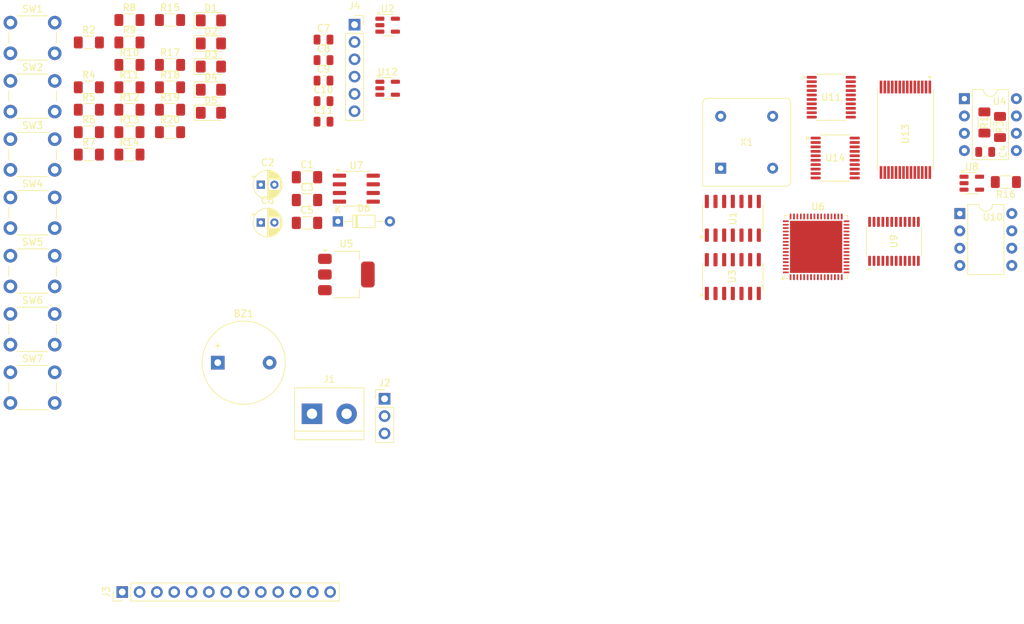
<source format=kicad_pcb>
(kicad_pcb (version 20240108) (generator "pcbnew") (generator_version "8.0")
  (layers (0 "F.Cu" signal) (31 "B.Cu" signal) (34 "B.Paste" user) (35 "F.Paste" user) (36 "B.SilkS" user "B.Silkscreen") (37 "F.SilkS" user "F.Silkscreen") (38 "B.Mask" user) (39 "F.Mask" user) (44 "Edge.Cuts" user))
  (net 0 "")
  (net 1 "Net-(BZ1--)")
  (net 2 "GND")
  (net 3 "+5V")
  (net 4 "+3V3")
  (net 5 "Net-(U7-Vout)")
  (net 6 "Net-(D1-A)")
  (net 7 "Net-(D1-K)")
  (net 8 "IOD")
  (net 9 "Net-(D2-K)")
  (net 10 "IOC")
  (net 11 "Net-(D4-A)")
  (net 12 "Net-(D4-K)")
  (net 13 "PA6_PWM1")
  (net 14 "Net-(D5-K)")
  (net 15 "~{POR}")
  (net 16 "~{DISP_RST}")
  (net 17 "Net-(J2-Pin_1)")
  (net 18 "Net-(J2-Pin_3)")
  (net 19 "Net-(J2-Pin_2)")
  (net 20 "DISP_CD")
  (net 21 "3V3_SDO")
  (net 23 "Net-(J3-Pin_5)")
  (net 24 "3V3_SCLK")
  (net 27 "DISP_CS")
  (net 31 "PA1_TXD")
  (net 33 "PA2_RXD")
  (net 34 "Net-(U4-~{WP}(D2))")
  (net 35 "Net-(U2-~{MR})")
  (net 36 "Net-(U4-~{HOLD}(D3))")
  (net 37 "Net-(U6-mprj_io[4]_SCK)")
  (net 38 "PA3_TO0")
  (net 39 "PA4_TO1")
  (net 40 "PA5_PWM0")
  (net 41 "PA7_IRQ7")
  (net 42 "PB1_PWM2")
  (net 43 "Net-(U10-~{WP}(D2))")
  (net 44 "FLASH_SDO")
  (net 45 "Net-(U10-~{HOLD}(D3))")
  (net 46 "3V3_SDI")
  (net 47 "Net-(U1-Pad11)")
  (net 48 "Net-(U6-mprj_io[16])")
  (net 49 "~{XCLK}")
  (net 50 "XCLK")
  (net 52 "~{WE}")
  (net 55 "Net-(U6-mprj_io[14])")
  (net 56 "Net-(U6-mprj_io[13])")
  (net 57 "LE_LO")
  (net 58 "LE_HI")
  (net 60 "FLASH_CLK")
  (net 61 "FLASH_CSB")
  (net 62 "FLASH_SDI")
  (net 64 "Net-(U6-mprj_io[34])")
  (net 65 "SCLK")
  (net 66 "PB0_IRQ6")
  (net 67 "~{OE}")
  (net 68 "SDI")
  (net 69 "ADB0")
  (net 70 "ADB2")
  (net 71 "Net-(U6-flash_csb)")
  (net 72 "Net-(U6-mprj_io[33])")
  (net 73 "PB3_T1CLK")
  (net 74 "ADB4")
  (net 76 "Net-(U6-flash_io1)")
  (net 77 "SDO")
  (net 78 "ADB6")
  (net 79 "PA0_IRQ0")
  (net 80 "ADB1")
  (net 82 "ADB7")
  (net 83 "ADB5")
  (net 84 "Net-(U6-flash_io0)")
  (net 86 "ADB3")
  (net 87 "Net-(U6-flash_clk)")
  (net 89 "Net-(U10-~{CS})")
  (net 90 "A6")
  (net 91 "A7")
  (net 92 "A1")
  (net 93 "A2")
  (net 94 "A0")
  (net 95 "A4")
  (net 96 "A5")
  (net 97 "A3")
  (net 99 "A14")
  (net 100 "A8")
  (net 101 "A15")
  (net 102 "A12")
  (net 103 "A13")
  (net 104 "A10")
  (net 105 "A9")
  (net 106 "A11")
  (footprint "Capacitor_THT:CP_Radial_D4.0mm_P2.00mm" (layer "F.Cu") (at 144.821201 85.4936)
    (property "Reference" "C6" (at 1 -3.25 0) (layer "F.SilkS"))
    (property "Value" "10µF")
    (pad "1" thru_hole rect (at 0 0) (size 1.2 1.2) (drill 0.6) (layers "*.Cu" "*.Mask") (net 4 "+3V3"))
    (pad "2" thru_hole circle (at 2 0) (size 1.2 1.2) (drill 0.6) (layers "*.Cu" "*.Mask") (net 2 "GND"))
  )
  (footprint "Resistor_SMD:R_1206_3216Metric_Pad1.30x1.75mm_HandSolder" (layer "F.Cu") (at 131.5164 68.9436)
    (property "Reference" "R19" (at 0 -1.82 0) (layer "F.SilkS"))
    (property "Value" "100K")
    (pad "1" smd roundrect (at -1.55 0) (size 1.3 1.75) (layers "F.Cu" "F.Paste" "F.Mask") (roundrect_rratio 0.192308) (net 2 "GND"))
    (pad "2" smd roundrect (at 1.55 0) (size 1.3 1.75) (layers "F.Cu" "F.Paste" "F.Mask") (roundrect_rratio 0.192308) (net 46 "3V3_SDI"))
  )
  (footprint "Button_Switch_THT:SW_PUSH_6mm" (layer "F.Cu") (at 108.1164 107.4636)
    (property "Reference" "SW7" (at 3.25 -2 0) (layer "F.SilkS"))
    (property "Value" "SW_Push")
    (pad "1" thru_hole circle (at 0 0 90) (size 2 2) (drill 1.1) (layers "*.Cu" "*.Mask") (net 42 "PB1_PWM2"))
    (pad "1" thru_hole circle (at 6.5 0 90) (size 2 2) (drill 1.1) (layers "*.Cu" "*.Mask") (net 42 "PB1_PWM2"))
    (pad "2" thru_hole circle (at 0 4.5 90) (size 2 2) (drill 1.1) (layers "*.Cu" "*.Mask") (net 2 "GND"))
    (pad "2" thru_hole circle (at 6.5 4.5 90) (size 2 2) (drill 1.1) (layers "*.Cu" "*.Mask") (net 2 "GND"))
  )
  (footprint "Package_SO:TSOP-I-28_11.8x8mm_P0.55mm" (layer "F.Cu") (at 239.3188 71.8813 -90)
    (property "Reference" "U13" (at 0.6103 0 90) (layer "F.SilkS"))
    (property "Value" "AS7C256")
    (pad "1" smd rect (at -6.27 -3.575 270) (size 1.87 0.38) (layers "F.Cu" "F.Paste" "F.Mask") (net 67 "~{OE}"))
    (pad "2" smd rect (at -6.27 -3.025 270) (size 1.87 0.38) (layers "F.Cu" "F.Paste" "F.Mask") (net 106 "A11"))
    (pad "3" smd rect (at -6.27 -2.475 270) (size 1.87 0.38) (layers "F.Cu" "F.Paste" "F.Mask") (net 105 "A9"))
    (pad "4" smd rect (at -6.27 -1.925 270) (size 1.87 0.38) (layers "F.Cu" "F.Paste" "F.Mask") (net 100 "A8"))
    (pad "5" smd rect (at -6.27 -1.375 270) (size 1.87 0.38) (layers "F.Cu" "F.Paste" "F.Mask") (net 103 "A13"))
    (pad "6" smd rect (at -6.27 -0.825 270) (size 1.87 0.38) (layers "F.Cu" "F.Paste" "F.Mask") (net 52 "~{WE}"))
    (pad "7" smd rect (at -6.27 -0.275 270) (size 1.87 0.38) (layers "F.Cu" "F.Paste" "F.Mask") (net 3 "+5V"))
    (pad "8" smd rect (at -6.27 0.275 270) (size 1.87 0.38) (layers "F.Cu" "F.Paste" "F.Mask") (net 99 "A14"))
    (pad "9" smd rect (at -6.27 0.825 270) (size 1.87 0.38) (layers "F.Cu" "F.Paste" "F.Mask") (net 102 "A12"))
    (pad "10" smd rect (at -6.27 1.375 270) (size 1.87 0.38) (layers "F.Cu" "F.Paste" "F.Mask") (net 91 "A7"))
    (pad "11" smd rect (at -6.27 1.925 270) (size 1.87 0.38) (layers "F.Cu" "F.Paste" "F.Mask") (net 90 "A6"))
    (pad "12" smd rect (at -6.27 2.475 270) (size 1.87 0.38) (layers "F.Cu" "F.Paste" "F.Mask") (net 96 "A5"))
    (pad "13" smd rect (at -6.27 3.025 270) (size 1.87 0.38) (layers "F.Cu" "F.Paste" "F.Mask") (net 95 "A4"))
    (pad "14" smd rect (at -6.27 3.575 270) (size 1.87 0.38) (layers "F.Cu" "F.Paste" "F.Mask") (net 97 "A3"))
    (pad "15" smd rect (at 6.27 3.575 270) (size 1.87 0.38) (layers "F.Cu" "F.Paste" "F.Mask") (net 93 "A2"))
    (pad "16" smd rect (at 6.27 3.025 270) (size 1.87 0.38) (layers "F.Cu" "F.Paste" "F.Mask") (net 92 "A1"))
    (pad "17" smd rect (at 6.27 2.475 270) (size 1.87 0.38) (layers "F.Cu" "F.Paste" "F.Mask") (net 94 "A0"))
    (pad "18" smd rect (at 6.27 1.925 270) (size 1.87 0.38) (layers "F.Cu" "F.Paste" "F.Mask") (net 69 "ADB0"))
    (pad "19" smd rect (at 6.27 1.375 270) (size 1.87 0.38) (layers "F.Cu" "F.Paste" "F.Mask") (net 80 "ADB1"))
    (pad "20" smd rect (at 6.27 0.825 270) (size 1.87 0.38) (layers "F.Cu" "F.Paste" "F.Mask") (net 70 "ADB2"))
    (pad "21" smd rect (at 6.27 0.275 270) (size 1.87 0.38) (layers "F.Cu" "F.Paste" "F.Mask") (net 2 "GND"))
    (pad "22" smd rect (at 6.27 -0.275 270) (size 1.87 0.38) (layers "F.Cu" "F.Paste" "F.Mask") (net 86 "ADB3"))
    (pad "23" smd rect (at 6.27 -0.825 270) (size 1.87 0.38) (layers "F.Cu" "F.Paste" "F.Mask") (net 74 "ADB4"))
    (pad "24" smd rect (at 6.27 -1.375 270) (size 1.87 0.38) (layers "F.Cu" "F.Paste" "F.Mask") (net 83 "ADB5"))
    (pad "25" smd rect (at 6.27 -1.925 270) (size 1.87 0.38) (layers "F.Cu" "F.Paste" "F.Mask") (net 78 "ADB6"))
    (pad "26" smd rect (at 6.27 -2.475 270) (size 1.87 0.38) (layers "F.Cu" "F.Paste" "F.Mask") (net 82 "ADB7"))
    (pad "27" smd rect (at 6.27 -3.025 270) (size 1.87 0.38) (layers "F.Cu" "F.Paste" "F.Mask") (net 101 "A15"))
    (pad "28" smd rect (at 6.27 -3.575 270) (size 1.87 0.38) (layers "F.Cu" "F.Paste" "F.Mask") (net 104 "A10"))
  )
  (footprint "Connector_PinHeader_2.54mm:PinHeader_1x13_P2.54mm_Vertical" (layer "F.Cu") (at 124.5108 139.7 90)
    (property "Reference" "J3" (at 0 -2.33 90) (layer "F.SilkS"))
    (property "Value" "Conn_01x13")
    (pad "1" thru_hole rect (at 0 0 90) (size 1.7 1.7) (drill 1) (layers "*.Cu" "*.Mask"))
    (pad "2" thru_hole oval (at 0 2.54 90) (size 1.7 1.7) (drill 1) (layers "*.Cu" "*.Mask"))
    (pad "3" thru_hole oval (at 0 5.08 90) (size 1.7 1.7) (drill 1) (layers "*.Cu" "*.Mask"))
    (pad "4" thru_hole oval (at 0 7.62 90) (size 1.7 1.7) (drill 1) (layers "*.Cu" "*.Mask"))
    (pad "5" thru_hole oval (at 0 10.16 90) (size 1.7 1.7) (drill 1) (layers "*.Cu" "*.Mask") (net 23 "Net-(J3-Pin_5)"))
    (pad "6" thru_hole oval (at 0 12.7 90) (size 1.7 1.7) (drill 1) (layers "*.Cu" "*.Mask") (net 4 "+3V3"))
    (pad "7" thru_hole oval (at 0 15.24 90) (size 1.7 1.7) (drill 1) (layers "*.Cu" "*.Mask") (net 2 "GND"))
    (pad "8" thru_hole oval (at 0 17.78 90) (size 1.7 1.7) (drill 1) (layers "*.Cu" "*.Mask") (net 4 "+3V3"))
    (pad "9" thru_hole oval (at 0 20.32 90) (size 1.7 1.7) (drill 1) (layers "*.Cu" "*.Mask") (net 21 "3V3_SDO"))
    (pad "10" thru_hole oval (at 0 22.86 90) (size 1.7 1.7) (drill 1) (layers "*.Cu" "*.Mask") (net 24 "3V3_SCLK"))
    (pad "11" thru_hole oval (at 0 25.4 90) (size 1.7 1.7) (drill 1) (layers "*.Cu" "*.Mask") (net 20 "DISP_CD"))
    (pad "12" thru_hole oval (at 0 27.94 90) (size 1.7 1.7) (drill 1) (layers "*.Cu" "*.Mask") (net 16 "~{DISP_RST}"))
    (pad "13" thru_hole oval (at 0 30.48 90) (size 1.7 1.7) (drill 1) (layers "*.Cu" "*.Mask") (net 27 "DISP_CS"))
  )
  (footprint "Button_Switch_THT:SW_PUSH_6mm" (layer "F.Cu") (at 108.1164 64.7136)
    (property "Reference" "SW2" (at 3.25 -2 0) (layer "F.SilkS"))
    (property "Value" "SW_Push")
    (pad "1" thru_hole circle (at 0 0 90) (size 2 2) (drill 1.1) (layers "*.Cu" "*.Mask") (net 37 "Net-(U6-mprj_io[4]_SCK)"))
    (pad "1" thru_hole circle (at 6.5 0 90) (size 2 2) (drill 1.1) (layers "*.Cu" "*.Mask") (net 37 "Net-(U6-mprj_io[4]_SCK)"))
    (pad "2" thru_hole circle (at 0 4.5 90) (size 2 2) (drill 1.1) (layers "*.Cu" "*.Mask") (net 2 "GND"))
    (pad "2" thru_hole circle (at 6.5 4.5 90) (size 2 2) (drill 1.1) (layers "*.Cu" "*.Mask") (net 2 "GND"))
  )
  (footprint "Button_Switch_THT:SW_PUSH_6mm" (layer "F.Cu") (at 108.1164 90.3636)
    (property "Reference" "SW5" (at 3.25 -2 0) (layer "F.SilkS"))
    (property "Value" "SW_Push")
    (pad "1" thru_hole circle (at 0 0 90) (size 2 2) (drill 1.1) (layers "*.Cu" "*.Mask") (net 40 "PA5_PWM0"))
    (pad "1" thru_hole circle (at 6.5 0 90) (size 2 2) (drill 1.1) (layers "*.Cu" "*.Mask") (net 40 "PA5_PWM0"))
    (pad "2" thru_hole circle (at 0 4.5 90) (size 2 2) (drill 1.1) (layers "*.Cu" "*.Mask") (net 2 "GND"))
    (pad "2" thru_hole circle (at 6.5 4.5 90) (size 2 2) (drill 1.1) (layers "*.Cu" "*.Mask") (net 2 "GND"))
  )
  (footprint "Resistor_SMD:R_1206_3216Metric_Pad1.30x1.75mm_HandSolder" (layer "F.Cu") (at 131.5164 72.2336)
    (property "Reference" "R20" (at 0 -1.82 0) (layer "F.SilkS"))
    (property "Value" "10K")
    (pad "1" smd roundrect (at -1.55 0) (size 1.3 1.75) (layers "F.Cu" "F.Paste" "F.Mask") (roundrect_rratio 0.192308) (net 4 "+3V3"))
    (pad "2" smd roundrect (at 1.55 0) (size 1.3 1.75) (layers "F.Cu" "F.Paste" "F.Mask") (roundrect_rratio 0.192308) (net 16 "~{DISP_RST}"))
  )
  (footprint "Resistor_SMD:R_1206_3216Metric_Pad1.30x1.75mm_HandSolder" (layer "F.Cu") (at 253.1872 71.4756 -90)
    (property "Reference" "R3" (at 0 0 90) (layer "F.SilkS"))
    (property "Value" "1K")
    (pad "1" smd roundrect (at -1.55 0 270) (size 1.3 1.75) (layers "F.Cu" "F.Paste" "F.Mask") (roundrect_rratio 0.192308) (net 36 "Net-(U4-~{HOLD}(D3))"))
    (pad "2" smd roundrect (at 1.55 0 270) (size 1.3 1.75) (layers "F.Cu" "F.Paste" "F.Mask") (roundrect_rratio 0.192308) (net 4 "+3V3"))
  )
  (footprint "Button_Switch_THT:SW_PUSH_6mm" (layer "F.Cu") (at 108.1164 81.8136)
    (property "Reference" "SW4" (at 3.25 -2 0) (layer "F.SilkS"))
    (property "Value" "SW_Push")
    (pad "1" thru_hole circle (at 0 0 90) (size 2 2) (drill 1.1) (layers "*.Cu" "*.Mask") (net 39 "PA4_TO1"))
    (pad "1" thru_hole circle (at 6.5 0 90) (size 2 2) (drill 1.1) (layers "*.Cu" "*.Mask") (net 39 "PA4_TO1"))
    (pad "2" thru_hole circle (at 0 4.5 90) (size 2 2) (drill 1.1) (layers "*.Cu" "*.Mask") (net 2 "GND"))
    (pad "2" thru_hole circle (at 6.5 4.5 90) (size 2 2) (drill 1.1) (layers "*.Cu" "*.Mask") (net 2 "GND"))
  )
  (footprint "Resistor_SMD:R_1206_3216Metric_Pad1.30x1.75mm_HandSolder" (layer "F.Cu") (at 250.9012 70.8152 -90)
    (property "Reference" "R1" (at 0 0 90) (layer "F.SilkS"))
    (property "Value" "1K")
    (pad "1" smd roundrect (at -1.55 0 270) (size 1.3 1.75) (layers "F.Cu" "F.Paste" "F.Mask") (roundrect_rratio 0.192308) (net 2 "GND"))
    (pad "2" smd roundrect (at 1.55 0 270) (size 1.3 1.75) (layers "F.Cu" "F.Paste" "F.Mask") (roundrect_rratio 0.192308) (net 34 "Net-(U4-~{WP}(D2))"))
  )
  (footprint "Resistor_SMD:R_1206_3216Metric_Pad1.30x1.75mm_HandSolder" (layer "F.Cu") (at 125.5664 55.7836)
    (property "Reference" "R8" (at 0 -1.82 0) (layer "F.SilkS"))
    (property "Value" "10K")
    (pad "1" smd roundrect (at -1.55 0) (size 1.3 1.75) (layers "F.Cu" "F.Paste" "F.Mask") (roundrect_rratio 0.192308) (net 38 "PA3_TO0"))
    (pad "2" smd roundrect (at 1.55 0) (size 1.3 1.75) (layers "F.Cu" "F.Paste" "F.Mask") (roundrect_rratio 0.192308) (net 3 "+5V"))
  )
  (footprint "Capacitor_SMD:C_0805_2012Metric" (layer "F.Cu") (at 251.018 75.1332)
    (property "Reference" "C4" (at 2.6264 -0.0508 90) (layer "F.SilkS"))
    (property "Value" "100nF")
    (pad "1" smd roundrect (at -0.95 0) (size 1 1.45) (layers "F.Cu" "F.Paste" "F.Mask") (net 2 "GND"))
    (pad "2" smd roundrect (at 0.95 0) (size 1 1.45) (layers "F.Cu" "F.Paste" "F.Mask") (net 4 "+3V3"))
  )
  (footprint "Capacitor_SMD:C_1206_3216Metric_Pad1.33x1.80mm_HandSolder" (layer "F.Cu") (at 151.5964 85.5436)
    (property "Reference" "C5" (at 0 -1.85 0) (layer "F.SilkS"))
    (property "Value" "100nF")
    (pad "1" smd roundrect (at -1.5625 0) (size 1.325 1.8) (layers "F.Cu" "F.Paste" "F.Mask") (roundrect_rratio 0.188679) (net 4 "+3V3"))
    (pad "2" smd roundrect (at 1.5625 0) (size 1.325 1.8) (layers "F.Cu" "F.Paste" "F.Mask") (roundrect_rratio 0.188679) (net 2 "GND"))
  )
  (footprint "Resistor_SMD:R_1206_3216Metric_Pad1.30x1.75mm_HandSolder" (layer "F.Cu") (at 119.6164 68.9436)
    (property "Reference" "R5" (at 0 -1.82 0) (layer "F.SilkS"))
    (property "Value" "1K")
    (pad "1" smd roundrect (at -1.55 0) (size 1.3 1.75) (layers "F.Cu" "F.Paste" "F.Mask") (roundrect_rratio 0.192308) (net 7 "Net-(D1-K)"))
    (pad "2" smd roundrect (at 1.55 0) (size 1.3 1.75) (layers "F.Cu" "F.Paste" "F.Mask") (roundrect_rratio 0.192308) (net 2 "GND"))
  )
  (footprint "TerminalBlock:TerminalBlock_bornier-2_P5.08mm" (layer "F.Cu") (at 152.3264 113.5536)
    (property "Reference" "J1" (at 2.54 -5.08 0) (layer "F.SilkS"))
    (property "Value" "Power")
    (pad "1" thru_hole rect (at 0 0) (size 3 3) (drill 1.52) (layers "*.Cu" "*.Mask") (net 2 "GND"))
    (pad "2" thru_hole circle (at 5.08 0) (size 3 3) (drill 1.52) (layers "*.Cu" "*.Mask") (net 3 "+5V"))
  )
  (footprint "Resistor_SMD:R_1206_3216Metric_Pad1.30x1.75mm_HandSolder" (layer "F.Cu") (at 131.5164 62.3636)
    (property "Reference" "R17" (at 0 -1.82 0) (layer "F.SilkS"))
    (property "Value" "1K")
    (pad "1" smd roundrect (at -1.55 0) (size 1.3 1.75) (layers "F.Cu" "F.Paste" "F.Mask") (roundrect_rratio 0.192308) (net 45 "Net-(U10-~{HOLD}(D3))"))
    (pad "2" smd roundrect (at 1.55 0) (size 1.3 1.75) (layers "F.Cu" "F.Paste" "F.Mask") (roundrect_rratio 0.192308) (net 4 "+3V3"))
  )
  (footprint "Oscillator:Oscillator_DIP-8" (layer "F.Cu") (at 212.2424 77.5208)
    (property "Reference" "X1" (at 3.81 -3.81 0) (layer "F.SilkS"))
    (property "Value" "15MHz")
    (pad "1" thru_hole rect (at 0 0) (size 1.6 1.6) (drill 0.8) (layers "*.Cu" "*.Mask"))
    (pad "4" thru_hole circle (at 7.62 0) (size 1.6 1.6) (drill 0.8) (layers "*.Cu" "*.Mask") (net 2 "GND"))
    (pad "5" thru_hole circle (at 7.62 -7.62) (size 1.6 1.6) (drill 0.8) (layers "*.Cu" "*.Mask") (net 50 "XCLK"))
    (pad "8" thru_hole circle (at 0 -7.62) (size 1.6 1.6) (drill 0.8) (layers "*.Cu" "*.Mask") (net 3 "+5V"))
  )
  (footprint "Button_Switch_THT:SW_PUSH_6mm" (layer "F.Cu") (at 108.1164 73.2636)
    (property "Reference" "SW3" (at 3.25 -2 0) (layer "F.SilkS"))
    (property "Value" "SW_Push")
    (pad "1" thru_hole circle (at 0 0 90) (size 2 2) (drill 1.1) (layers "*.Cu" "*.Mask") (net 38 "PA3_TO0"))
    (pad "1" thru_hole circle (at 6.5 0 90) (size 2 2) (drill 1.1) (layers "*.Cu" "*.Mask") (net 38 "PA3_TO0"))
    (pad "2" thru_hole circle (at 0 4.5 90) (size 2 2) (drill 1.1) (layers "*.Cu" "*.Mask") (net 2 "GND"))
    (pad "2" thru_hole circle (at 6.5 4.5 90) (size 2 2) (drill 1.1) (layers "*.Cu" "*.Mask") (net 2 "GND"))
  )
  (footprint "Resistor_SMD:R_1206_3216Metric_Pad1.30x1.75mm_HandSolder" (layer "F.Cu") (at 131.5164 55.7836)
    (property "Reference" "R15" (at 0 -1.82 0) (layer "F.SilkS"))
    (property "Value" "1K")
    (pad "1" smd roundrect (at -1.55 0) (size 1.3 1.75) (layers "F.Cu" "F.Paste" "F.Mask") (roundrect_rratio 0.192308) (net 4 "+3V3"))
    (pad "2" smd roundrect (at 1.55 0) (size 1.3 1.75) (layers "F.Cu" "F.Paste" "F.Mask") (roundrect_rratio 0.192308) (net 43 "Net-(U10-~{WP}(D2))"))
  )
  (footprint "Package_SO:TSSOP-20_4.4x6.5mm_P0.65mm" (layer "F.Cu") (at 229.0241 76.0262)
    (property "Reference" "U14" (at 0 0 0) (layer "F.SilkS"))
    (property "Value" "74AHC573")
    (pad "1" smd roundrect (at -2.8625 -2.925) (size 1.475 0.4) (layers "F.Cu" "F.Paste" "F.Mask") (net 2 "GND"))
    (pad "2" smd roundrect (at -2.8625 -2.275) (size 1.475 0.4) (layers "F.Cu" "F.Paste" "F.Mask") (net 69 "ADB0"))
    (pad "3" smd roundrect (at -2.8625 -1.625) (size 1.475 0.4) (layers "F.Cu" "F.Paste" "F.Mask") (net 80 "ADB1"))
    (pad "4" smd roundrect (at -2.8625 -0.975) (size 1.475 0.4) (layers "F.Cu" "F.Paste" "F.Mask") (net 70 "ADB2"))
    (pad "5" smd roundrect (at -2.8625 -0.325) (size 1.475 0.4) (layers "F.Cu" "F.Paste" "F.Mask") (net 86 "ADB3"))
    (pad "6" smd roundrect (at -2.8625 0.325) (size 1.475 0.4) (layers "F.Cu" "F.Paste" "F.Mask") (net 74 "ADB4"))
    (pad "7" smd roundrect (at -2.8625 0.975) (size 1.475 0.4) (layers "F.Cu" "F.Paste" "F.Mask") (net 83 "ADB5"))
    (pad "8" smd roundrect (at -2.8625 1.625) (size 1.475 0.4) (layers "F.Cu" "F.Paste" "F.Mask") (net 78 "ADB6"))
    (pad "9" smd roundrect (at -2.8625 2.275) (size 1.475 0.4) (layers "F.Cu" "F.Paste" "F.Mask") (net 82 "ADB7"))
    (pad "10" smd roundrect (at -2.8625 2.925) (size 1.475 0.4) (layers "F.Cu" "F.Paste" "F.Mask") (net 2 "GND"))
    (pad "11" smd roundrect (at 2.8625 2.925) (size 1.475 0.4) (layers "F.Cu" "F.Paste" "F.Mask") (net 58 "LE_HI"))
    (pad "12" smd roundrect (at 2.8625 2.275) (size 1.475 0.4) (layers "F.Cu" "F.Paste" "F.Mask") (net 101 "A15"))
    (pad "13" smd roundrect (at 2.8625 1.625) (size 1.475 0.4) (layers "F.Cu" "F.Paste" "F.Mask") (net 99 "A14"))
    (pad "14" smd roundrect (at 2.8625 0.975) (size 1.475 0.4) (layers "F.Cu" "F.Paste" "F.Mask") (net 103 "A13"))
    (pad "15" smd roundrect (at 2.8625 0.325) (size 1.475 0.4) (layers "F.Cu" "F.Paste" "F.Mask") (net 102 "A12"))
    (pad "16" smd roundrect (at 2.8625 -0.325) (size 1.475 0.4) (layers "F.Cu" "F.Paste" "F.Mask") (net 106 "A11"))
    (pad "17" smd roundrect (at 2.8625 -0.975) (size 1.475 0.4) (layers "F.Cu" "F.Paste" "F.Mask") (net 104 "A10"))
    (pad "18" smd roundrect (at 2.8625 -1.625) (size 1.475 0.4) (layers "F.Cu" "F.Paste" "F.Mask") (net 105 "A9"))
    (pad "19" smd roundrect (at 2.8625 -2.275) (size 1.475 0.4) (layers "F.Cu" "F.Paste" "F.Mask") (net 100 "A8"))
    (pad "20" smd roundrect (at 2.8625 -2.925) (size 1.475 0.4) (layers "F.Cu" "F.Paste" "F.Mask") (net 3 "+5V"))
  )
  (footprint "Resistor_SMD:R_1206_3216Metric_Pad1.30x1.75mm_HandSolder" (layer "F.Cu") (at 125.5664 75.5236)
    (property "Reference" "R14" (at 0 -1.82 0) (layer "F.SilkS"))
    (property "Value" "1K")
    (pad "1" smd roundrect (at -1.55 0) (size 1.3 1.75) (layers "F.Cu" "F.Paste" "F.Mask") (roundrect_rratio 0.192308) (net 12 "Net-(D4-K)"))
    (pad "2" smd roundrect (at 1.55 0) (size 1.3 1.75) (layers "F.Cu" "F.Paste" "F.Mask") (roundrect_rratio 0.192308) (net 2 "GND"))
  )
  (footprint "Package_DIP:DIP-8_W7.62mm" (layer "F.Cu") (at 247.2944 84.1756)
    (property "Reference" "U10" (at 4.826 0.508 0) (layer "F.SilkS"))
    (property "Value" "W25Q32FVSS")
    (pad "1" thru_hole rect (at 0 0) (size 1.6 1.6) (drill 0.8) (layers "*.Cu" "*.Mask") (net 89 "Net-(U10-~{CS})"))
    (pad "2" thru_hole oval (at 0 2.54) (size 1.6 1.6) (drill 0.8) (layers "*.Cu" "*.Mask") (net 46 "3V3_SDI"))
    (pad "3" thru_hole oval (at 0 5.08) (size 1.6 1.6) (drill 0.8) (layers "*.Cu" "*.Mask") (net 43 "Net-(U10-~{WP}(D2))"))
    (pad "4" thru_hole oval (at 0 7.62) (size 1.6 1.6) (drill 0.8) (layers "*.Cu" "*.Mask") (net 2 "GND"))
    (pad "5" thru_hole oval (at 7.62 7.62) (size 1.6 1.6) (drill 0.8) (layers "*.Cu" "*.Mask") (net 21 "3V3_SDO"))
    (pad "6" thru_hole oval (at 7.62 5.08) (size 1.6 1.6) (drill 0.8) (layers "*.Cu" "*.Mask") (net 24 "3V3_SCLK"))
    (pad "7" thru_hole oval (at 7.62 2.54) (size 1.6 1.6) (drill 0.8) (layers "*.Cu" "*.Mask") (net 45 "Net-(U10-~{HOLD}(D3))"))
    (pad "8" thru_hole oval (at 7.62 0) (size 1.6 1.6) (drill 0.8) (layers "*.Cu" "*.Mask") (net 4 "+3V3"))
  )
  (footprint "Resistor_SMD:R_1206_3216Metric_Pad1.30x1.75mm_HandSolder" (layer "F.Cu") (at 119.6164 75.5236)
    (property "Reference" "R7" (at 0 -1.82 0) (layer "F.SilkS"))
    (property "Value" "1K")
    (pad "1" smd roundrect (at -1.55 0) (size 1.3 1.75) (layers "F.Cu" "F.Paste" "F.Mask") (roundrect_rratio 0.192308) (net 2 "GND"))
    (pad "2" smd roundrect (at 1.55 0) (size 1.3 1.75) (layers "F.Cu" "F.Paste" "F.Mask") (roundrect_rratio 0.192308) (net 1 "Net-(BZ1--)"))
  )
  (footprint "Package_SO:SOIC-8_3.9x4.9mm_P1.27mm" (layer "F.Cu") (at 158.8264 80.5236)
    (property "Reference" "U7" (at 0 -3.4 0) (layer "F.SilkS"))
    (property "Value" "DAC7611")
    (pad "1" smd roundrect (at -2.475 -1.905) (size 1.95 0.6) (layers "F.Cu" "F.Paste" "F.Mask") (net 3 "+5V"))
    (pad "2" smd roundrect (at -2.475 -0.635) (size 1.95 0.6) (layers "F.Cu" "F.Paste" "F.Mask") (net 2 "GND"))
    (pad "3" smd roundrect (at -2.475 0.635) (size 1.95 0.6) (layers "F.Cu" "F.Paste" "F.Mask") (net 64 "Net-(U6-mprj_io[34])"))
    (pad "4" smd roundrect (at -2.475 1.905) (size 1.95 0.6) (layers "F.Cu" "F.Paste" "F.Mask") (net 19 "Net-(J2-Pin_2)"))
    (pad "5" smd roundrect (at 2.475 1.905) (size 1.95 0.6) (layers "F.Cu" "F.Paste" "F.Mask") (net 72 "Net-(U6-mprj_io[33])"))
    (pad "6" smd roundrect (at 2.475 0.635) (size 1.95 0.6) (layers "F.Cu" "F.Paste" "F.Mask") (net 3 "+5V"))
    (pad "7" smd roundrect (at 2.475 -0.635) (size 1.95 0.6) (layers "F.Cu" "F.Paste" "F.Mask") (net 2 "GND"))
    (pad "8" smd roundrect (at 2.475 -1.905) (size 1.95 0.6) (layers "F.Cu" "F.Paste" "F.Mask") (net 5 "Net-(U7-Vout)"))
  )
  (footprint "Button_Switch_THT:SW_PUSH_6mm" (layer "F.Cu") (at 108.1164 98.9136)
    (property "Reference" "SW6" (at 3.25 -2 0) (layer "F.SilkS"))
    (property "Value" "SW_Push")
    (pad "1" thru_hole circle (at 0 0 90) (size 2 2) (drill 1.1) (layers "*.Cu" "*.Mask") (net 41 "PA7_IRQ7"))
    (pad "1" thru_hole circle (at 6.5 0 90) (size 2 2) (drill 1.1) (layers "*.Cu" "*.Mask") (net 41 "PA7_IRQ7"))
    (pad "2" thru_hole circle (at 0 4.5 90) (size 2 2) (drill 1.1) (layers "*.Cu" "*.Mask") (net 2 "GND"))
    (pad "2" thru_hole circle (at 6.5 4.5 90) (size 2 2) (drill 1.1) (layers "*.Cu" "*.Mask") (net 2 "GND"))
  )
  (footprint "Package_SO:TSSOP-24_4.4x7.8mm_P0.65mm" (layer "F.Cu") (at 237.6424 88.2553 90)
    (property "Reference" "U9" (at 0 0 90) (layer "F.SilkS"))
    (property "Value" "SN74LVC8T245")
    (pad "1" smd roundrect (at -2.8625 -3.575 90) (size 1.475 0.4) (layers "F.Cu" "F.Paste" "F.Mask") (net 4 "+3V3"))
    (pad "2" smd roundrect (at -2.8625 -2.925 90) (size 1.475 0.4) (layers "F.Cu" "F.Paste" "F.Mask") (net 2 "GND"))
    (pad "3" smd roundrect (at -2.8625 -2.275 90) (size 1.475 0.4) (layers "F.Cu" "F.Paste" "F.Mask") (net 27 "DISP_CS"))
    (pad "4" smd roundrect (at -2.8625 -1.625 90) (size 1.475 0.4) (layers "F.Cu" "F.Paste" "F.Mask") (net 89 "Net-(U10-~{CS})"))
    (pad "5" smd roundrect (at -2.8625 -0.975 90) (size 1.475 0.4) (layers "F.Cu" "F.Paste" "F.Mask") (net 24 "3V3_SCLK"))
    (pad "6" smd roundrect (at -2.8625 -0.325 90) (size 1.475 0.4) (layers "F.Cu" "F.Paste" "F.Mask") (net 21 "3V3_SDO"))
    (pad "7" smd roundrect (at -2.8625 0.325 90) (size 1.475 0.4) (layers "F.Cu" "F.Paste" "F.Mask") (net 62 "FLASH_SDI"))
    (pad "8" smd roundrect (at -2.8625 0.975 90) (size 1.475 0.4) (layers "F.Cu" "F.Paste" "F.Mask") (net 60 "FLASH_CLK"))
    (pad "9" smd roundrect (at -2.8625 1.625 90) (size 1.475 0.4) (layers "F.Cu" "F.Paste" "F.Mask") (net 61 "FLASH_CSB"))
    (pad "10" smd roundrect (at -2.8625 2.275 90) (size 1.475 0.4) (layers "F.Cu" "F.Paste" "F.Mask") (net 20 "DISP_CD"))
    (pad "11" smd roundrect (at -2.8625 2.925 90) (size 1.475 0.4) (layers "F.Cu" "F.Paste" "F.Mask") (net 2 "GND"))
    (pad "12" smd roundrect (at -2.8625 3.575 90) (size 1.475 0.4) (layers "F.Cu" "F.Paste" "F.Mask") (net 2 "GND"))
    (pad "13" smd roundrect (at 2.8625 3.575 90) (size 1.475 0.4) (layers "F.Cu" "F.Paste" "F.Mask") (net 2 "GND"))
    (pad "14" smd roundrect (at 2.8625 2.925 90) (size 1.475 0.4) (layers "F.Cu" "F.Paste" "F.Mask") (net 79 "PA0_IRQ0"))
    (pad "15" smd roundrect (at 2.8625 2.275 90) (size 1.475 0.4) (layers "F.Cu" "F.Paste" "F.Mask") (net 71 "Net-(U6-flash_csb)"))
    (pad "16" smd roundrect (at 2.8625 1.625 90) (size 1.475 0.4) (layers "F.Cu" "F.Paste" "F.Mask") (net 87 "Net-(U6-flash_clk)"))
    (pad "17" smd roundrect (at 2.8625 0.975 90) (size 1.475 0.4) (layers "F.Cu" "F.Paste" "F.Mask") (net 84 "Net-(U6-flash_io0)"))
    (pad "18" smd roundrect (at 2.8625 0.325 90) (size 1.475 0.4) (layers "F.Cu" "F.Paste" "F.Mask") (net 77 "SDO"))
    (pad "19" smd roundrect (at 2.8625 -0.325 90) (size 1.475 0.4) (layers "F.Cu" "F.Paste" "F.Mask") (net 65 "SCLK"))
    (pad "20" smd roundrect (at 2.8625 -0.975 90) (size 1.475 0.4) (layers "F.Cu" "F.Paste" "F.Mask") (net 66 "PB0_IRQ6"))
    (pad "21" smd roundrect (at 2.8625 -1.625 90) (size 1.475 0.4) (layers "F.Cu" "F.Paste" "F.Mask") (net 73 "PB3_T1CLK"))
    (pad "22" smd roundrect (at 2.8625 -2.275 90) (size 1.475 0.4) (layers "F.Cu" "F.Paste" "F.Mask") (net 2 "GND"))
    (pad "23" smd roundrect (at 2.8625 -2.925 90) (size 1.475 0.4) (layers "F.Cu" "F.Paste" "F.Mask") (net 3 "+5V"))
    (pad "24" smd roundrect (at 2.8625 -3.575 90) (size 1.475 0.4) (layers "F.Cu" "F.Paste" "F.Mask") (net 3 "+5V"))
  )
  (footprint "Resistor_SMD:R_1206_3216Metric_Pad1.30x1.75mm_HandSolder" (layer "F.Cu") (at 254.0508 79.5528 180)
    (property "Reference" "R16" (at 0 -1.82 360) (layer "F.SilkS"))
    (property "Value" "100K")
    (pad "1" smd roundrect (at -1.55 0 180) (size 1.3 1.75) (layers "F.Cu" "F.Paste" "F.Mask") (roundrect_rratio 0.192308) (net 2 "GND"))
    (pad "2" smd roundrect (at 1.55 0 180) (size 1.3 1.75) (layers "F.Cu" "F.Paste" "F.Mask") (roundrect_rratio 0.192308) (net 44 "FLASH_SDO"))
  )
  (footprint "LED_SMD:LED_1206_3216Metric_Pad1.42x1.75mm_HandSolder" (layer "F.Cu") (at 137.5114 59.2236)
    (property "Reference" "D2" (at 0 -1.82 0) (layer "F.SilkS"))
    (property "Value" "LED")
    (pad "1" smd roundrect (at -1.4875 0) (size 1.425 1.75) (layers "F.Cu" "F.Paste" "F.Mask") (roundrect_rratio 0.175439) (net 9 "Net-(D2-K)"))
    (pad "2" smd roundrect (at 1.4875 0) (size 1.425 1.75) (layers "F.Cu" "F.Paste" "F.Mask") (roundrect_rratio 0.175439) (net 8 "IOD"))
  )
  (footprint "Connector_PinSocket_2.54mm:PinSocket_1x06_P2.54mm_Vertical" (layer "F.Cu") (at 158.5664 56.4636)
    (property "Reference" "J4" (at 0 -2.77 0) (layer "F.SilkS"))
    (property "Value" "Conn_01x06")
    (pad "1" thru_hole rect (at 0 0) (size 1.7 1.7) (drill 1) (layers "*.Cu" "*.Mask"))
    (pad "2" thru_hole oval (at 0 2.54) (size 1.7 1.7) (drill 1) (layers "*.Cu" "*.Mask") (net 2 "GND"))
    (pad "3" thru_hole oval (at 0 5.08) (size 1.7 1.7) (drill 1) (layers "*.Cu" "*.Mask") (net 33 "PA2_RXD"))
    (pad "4" thru_hole oval (at 0 7.62) (size 1.7 1.7) (drill 1) (layers "*.Cu" "*.Mask") (net 31 "PA1_TXD"))
    (pad "5" thru_hole oval (at 0 10.16) (size 1.7 1.7) (drill 1) (layers "*.Cu" "*.Mask"))
    (pad "6" thru_hole oval (at 0 12.7) (size 1.7 1.7) (drill 1) (layers "*.Cu" "*.Mask"))
  )
  (footprint "Button_Switch_THT:SW_PUSH_6mm" (layer "F.Cu") (at 108.1164 56.1636)
    (property "Reference" "SW1" (at 3.25 -2 0) (layer "F.SilkS"))
    (property "Value" "SW_Push")
    (pad "1" thru_hole circle (at 0 0 90) (size 2 2) (drill 1.1) (layers "*.Cu" "*.Mask") (net 35 "Net-(U2-~{MR})"))
    (pad "1" thru_hole circle (at 6.5 0 90) (size 2 2) (drill 1.1) (layers "*.Cu" "*.Mask") (net 35 "Net-(U2-~{MR})"))
    (pad "2" thru_hole circle (at 0 4.5 90) (size 2 2) (drill 1.1) (layers "*.Cu" "*.Mask") (net 2 "GND"))
    (pad "2" thru_hole circle (at 6.5 4.5 90) (size 2 2) (drill 1.1) (layers "*.Cu" "*.Mask") (net 2 "GND"))
  )
  (footprint "Resistor_SMD:R_1206_3216Metric_Pad1.30x1.75mm_HandSolder" (layer "F.Cu") (at 119.6164 59.0736)
    (property "Reference" "R2" (at 0 -1.82 0) (layer "F.SilkS"))
    (property "Value" "10K")
    (pad "1" smd roundrect (at -1.55 0) (size 1.3 1.75) (layers "F.Cu" "F.Paste" "F.Mask") (roundrect_rratio 0.192308) (net 35 "Net-(U2-~{MR})"))
    (pad "2" smd roundrect (at 1.55 0) (size 1.3 1.75) (layers "F.Cu" "F.Paste" "F.Mask") (roundrect_rratio 0.192308) (net 3 "+5V"))
  )
  (footprint "Resistor_SMD:R_1206_3216Metric_Pad1.30x1.75mm_HandSolder" (layer "F.Cu") (at 119.6164 72.2336)
    (property "Reference" "R6" (at 0 -1.82 0) (layer "F.SilkS"))
    (property "Value" "1K")
    (pad "1" smd roundrect (at -1.55 0) (size 1.3 1.75) (layers "F.Cu" "F.Paste" "F.Mask") (roundrect_rratio 0.192308) (net 9 "Net-(D2-K)"))
    (pad "2" smd roundrect (at 1.55 0) (size 1.3 1.75) (layers "F.Cu" "F.Paste" "F.Mask") (roundrect_rratio 0.192308) (net 2 "GND"))
  )
  (footprint "Capacitor_SMD:C_0805_2012Metric" (layer "F.Cu") (at 154.0164 67.6836)
    (property "Reference" "C10" (at 0 -1.68 0) (layer "F.SilkS"))
    (property "Value" "100nF")
    (pad "1" smd roundrect (at -0.95 0) (size 1 1.45) (layers "F.Cu" "F.Paste" "F.Mask") (net 2 "GND"))
    (pad "2" smd roundrect (at 0.95 0) (size 1 1.45) (layers "F.Cu" "F.Paste" "F.Mask") (net 3 "+5V"))
  )
  (footprint "Resistor_SMD:R_1206_3216Metric_Pad1.30x1.75mm_HandSolder" (layer "F.Cu") (at 119.6164 65.6536)
    (property "Reference" "R4" (at 0 -1.82 0) (layer "F.SilkS"))
    (property "Value" "10K")
    (pad "1" smd roundrect (at -1.55 0) (size 1.3 1.75) (layers "F.Cu" "F.Paste" "F.Mask") (roundrect_rratio 0.192308) (net 37 "Net-(U6-mprj_io[4]_SCK)"))
    (pad "2" smd roundrect (at 1.55 0) (size 1.3 1.75) (layers "F.Cu" "F.Paste" "F.Mask") (roundrect_rratio 0.192308) (net 3 "+5V"))
  )
  (footprint "Resistor_SMD:R_1206_3216Metric_Pad1.30x1.75mm_HandSolder" (layer "F.Cu") (at 125.5664 68.9436)
    (property "Reference" "R12" (at 0 -1.82 0) (layer "F.SilkS"))
    (property "Value" "10K")
    (pad "1" smd roundrect (at -1.55 0) (size 1.3 1.75) (layers "F.Cu" "F.Paste" "F.Mask") (roundrect_rratio 0.192308) (net 42 "PB1_PWM2"))
    (pad "2" smd roundrect (at 1.55 0) (size 1.3 1.75) (layers "F.Cu" "F.Paste" "F.Mask") (roundrect_rratio 0.192308) (net 3 "+5V"))
  )
  (footprint "Capacitor_SMD:C_1206_3216Metric_Pad1.33x1.80mm_HandSolder" (layer "F.Cu") (at 151.5964 82.1936)
    (property "Reference" "C3" (at 0 -1.85 0) (layer "F.SilkS"))
    (property "Value" "100nF")
    (pad "1" smd roundrect (at -1.5625 0) (size 1.325 1.8) (layers "F.Cu" "F.Paste" "F.Mask") (roundrect_rratio 0.188679) (net 3 "+5V"))
    (pad "2" smd roundrect (at 1.5625 0) (size 1.325 1.8) (layers "F.Cu" "F.Paste" "F.Mask") (roundrect_rratio 0.188679) (net 2 "GND"))
  )
  (footprint "LED_SMD:LED_1206_3216Metric_Pad1.42x1.75mm_HandSolder" (layer "F.Cu") (at 137.5114 55.8336)
    (property "Reference" "D1" (at 0 -1.82 0) (layer "F.SilkS"))
    (property "Value" "LED")
    (pad "1" smd roundrect (at -1.4875 0) (size 1.425 1.75) (layers "F.Cu" "F.Paste" "F.Mask") (roundrect_rratio 0.175439) (net 7 "Net-(D1-K)"))
    (pad "2" smd roundrect (at 1.4875 0) (size 1.425 1.75) (layers "F.Cu" "F.Paste" "F.Mask") (roundrect_rratio 0.175439) (net 6 "Net-(D1-A)"))
  )
  (footprint "Diode_THT:D_DO-34_SOD68_P7.62mm_Horizontal" (layer "F.Cu") (at 156.1264 85.3236)
    (property "Reference" "D6" (at 3.81 -1.92 0) (layer "F.SilkS"))
    (property "Value" "1N4148")
    (fp_text user "K" (at 0 -1.75 0) (layer "F.SilkS"))
    (pad "1" thru_hole rect (at 0 0) (size 1.5 1.5) (drill 0.75) (layers "*.Cu" "*.Mask") (net 15 "~{POR}"))
    (pad "2" thru_hole oval (at 7.62 0) (size 1.5 1.5) (drill 0.75) (layers "*.Cu" "*.Mask") (net 16 "~{DISP_RST}"))
  )
  (footprint "Package_TO_SOT_SMD:SOT-23-5" (layer "F.Cu") (at 163.4164 56.5386)
    (property "Reference" "U2" (at 0 -2.4 0) (layer "F.SilkS"))
    (property "Value" "MCP1319MT-29LE-OT")
    (pad "1" smd roundrect (at -1.1375 -0.95) (size 1.325 0.6) (layers "F.Cu" "F.Paste" "F.Mask") (net 15 "~{POR}"))
    (pad "2" smd roundrect (at -1.1375 0) (size 1.325 0.6) (layers "F.Cu" "F.Paste" "F.Mask") (net 2 "GND"))
    (pad "3" smd roundrect (at -1.1375 0.95) (size 1.325 0.6) (layers "F.Cu" "F.Paste" "F.Mask"))
    (pad "4" smd roundrect (at 1.1375 0.95) (size 1.325 0.6) (layers "F.Cu" "F.Paste" "F.Mask") (net 35 "Net-(U2-~{MR})"))
    (pad "5" smd roundrect (at 1.1375 -0.95) (size 1.325 0.6) (layers "F.Cu" "F.Paste" "F.Mask") (net 3 "+5V"))
  )
  (footprint "Package_SO:SO-14_3.9x8.65mm_P1.27mm" (layer "F.Cu") (at 214.0204 93.4212 90)
    (property "Reference" "U3" (at 0 -0.0775 90) (layer "F.SilkS"))
    (property "Value" "74HC08")
    (pad "1" smd roundrect (at -2.475 -3.81 90) (size 1.95 0.6) (layers "F.Cu" "F.Paste" "F.Mask") (net 50 "XCLK"))
    (pad "2" smd roundrect (at -2.475 -2.54 90) (size 1.95 0.6) (layers "F.Cu" "F.Paste" "F.Mask") (net 56 "Net-(U6-mprj_io[13])"))
    (pad "3" smd roundrect (at -2.475 -1.27 90) (size 1.95 0.6) (layers "F.Cu" "F.Paste" "F.Mask") (net 57 "LE_LO"))
    (pad "4" smd roundrect (at -2.475 0 90) (size 1.95 0.6) (layers "F.Cu" "F.Paste" "F.Mask") (net 55 "Net-(U6-mprj_io[14])"))
    (pad "5" smd roundrect (at -2.475 1.27 90) (size 1.95 0.6) (layers "F.Cu" "F.Paste" "F.Mask") (net 50 "XCLK"))
    (pad "6" smd roundrect (at -2.475 2.54 90) (size 1.95 0.6) (layers "F.Cu" "F.Paste" "F.Mask") (net 58 "LE_HI"))
    (pad "7" smd roundrect (at -2.475 3.81 90) (size 1.95 0.6) (layers "F.Cu" "F.Paste" "F.Mask") (net 2 "GND"))
    (pad "8" smd roundrect (at 2.475 3.81 90) (size 1.95 0.6) (layers "F.Cu" "F.Paste" "F.Mask"))
    (pad "9" smd roundrect (at 2.475 2.54 90) (size 1.95 0.6) (layers "F.Cu" "F.Paste" "F.Mask") (net 2 "GND"))
    (pad "10" smd roundrect (at 2.475 1.27 90) (size 1.95 0.6) (layers "F.Cu" "F.Paste" "F.Mask") (net 2 "GND"))
    (pad "11" smd roundrect (at 2.475 0 90) (size 1.95 0.6) (layers "F.Cu" "F.Paste" "F.Mask"))
    (pad "12" smd roundrect (at 2.475 -1.27 90) (size 1.95 0.6) (layers "F.Cu" "F.Paste" "F.Mask") (net 2 "GND"))
    (pad "13" smd roundrect (at 2.475 -2.54 90) (size 1.95 0.6) (layers "F.Cu" "F.Paste" "F.Mask") (net 2 "GND"))
    (pad "14" smd roundrect (at 2.475 -3.81 90) (size 1.95 0.6) (layers "F.Cu" "F.Paste" "F.Mask") (net 3 "+5V"))
  )
  (footprint "Capacitor_THT:CP_Radial_D4.0mm_P2.00mm" (layer "F.Cu") (at 144.821201 79.9436)
    (property "Reference" "C2" (at 1 -3.25 0) (layer "F.SilkS"))
    (property "Value" "10µF")
    (pad "1" thru_hole rect (at 0 0) (size 1.2 1.2) (drill 0.6) (layers "*.Cu" "*.Mask") (net 3 "+5V"))
    (pad "2" thru_hole circle (at 2 0) (size 1.2 1.2) (drill 0.6) (layers "*.Cu" "*.Mask") (net 2 "GND"))
  )
  (footprint "Package_TO_SOT_SMD:SOT-23-5" (layer "F.Cu") (at 163.4164 65.7886)
    (property "Reference" "U12" (at 0 -2.4 0) (layer "F.SilkS"))
    (property "Value" "SN74LV1T34DCK")
    (pad "1" smd roundrect (at -1.1375 -0.95) (size 1.325 0.6) (layers "F.Cu" "F.Paste" "F.Mask"))
    (pad "2" smd roundrect (at -1.1375 0) (size 1.325 0.6) (layers "F.Cu" "F.Paste" "F.Mask") (net 46 "3V3_SDI"))
    (pad "3" smd roundrect (at -1.1375 0.95) (size 1.325 0.6) (layers "F.Cu" "F.Paste" "F.Mask") (net 2 "GND"))
    (pad "4" smd roundrect (at 1.1375 0.95) (size 1.325 0.6) (layers "F.Cu" "F.Paste" "F.Mask") (net 68 "SDI"))
    (pad "5" smd roundrect (at 1.1375 -0.95) (size 1.325 0.6) (layers "F.Cu" "F.Paste" "F.Mask") (net 3 "+5V"))
  )
  (footprint "Capacitor_SMD:C_0805_2012Metric" (layer "F.Cu") (at 154.0164 70.6936)
    (property "Reference" "C11" (at 0 -1.68 0) (layer "F.SilkS"))
    (property "Value" "100nF")
    (pad "1" smd roundrect (at -0.95 0) (size 1 1.45) (layers "F.Cu" "F.Paste" "F.Mask") (net 2 "GND"))
    (pad "2" smd roundrect (at 0.95 0) (size 1 1.45) (layers "F.Cu" "F.Paste" "F.Mask") (net 4 "+3V3"))
  )
  (footprint "Connector_PinHeader_2.54mm:PinHeader_1x03_P2.54mm_Vertical" (layer "F.Cu") (at 162.9664 111.3536)
    (property "Reference" "J2" (at 0 -2.33 0) (layer "F.SilkS"))
    (property "Value" "Conn_01x03")
    (pad "1" thru_hole rect (at 0 0) (size 1.7 1.7) (drill 1) (layers "*.Cu" "*.Mask") (net 17 "Net-(J2-Pin_1)"))
    (pad "2" thru_hole oval (at 0 2.54) (size 1.7 1.7) (drill 1) (layers "*.Cu" "*.Mask") (net 19 "Net-(J2-Pin_2)"))
    (pad "3" thru_hole oval (at 0 5.08) (size 1.7 1.7) (drill 1) (layers "*.Cu" "*.Mask") (net 18 "Net-(J2-Pin_3)"))
  )
  (footprint "Resistor_SMD:R_1206_3216Metric_Pad1.30x1.75mm_HandSolder" (layer "F.Cu") (at 125.5664 62.3636)
    (property "Reference" "R10" (at 0 -1.82 0) (layer "F.SilkS"))
    (property "Value" "10K")
    (pad "1" smd roundrect (at -1.55 0) (size 1.3 1.75) (layers "F.Cu" "F.Paste" "F.Mask") (roundrect_rratio 0.192308) (net 40 "PA5_PWM0"))
    (pad "2" smd roundrect (at 1.55 0) (size 1.3 1.75) (layers "F.Cu" "F.Paste" "F.Mask") (roundrect_rratio 0.192308) (net 3 "+5V"))
  )
  (footprint "Resistor_SMD:R_1206_3216Metric_Pad1.30x1.75mm_HandSolder" (layer "F.Cu") (at 125.5664 65.6536)
    (property "Reference" "R11" (at 0 -1.82 0) (layer "F.SilkS"))
    (property "Value" "10K")
    (pad "1" smd roundrect (at -1.55 0) (size 1.3 1.75) (layers "F.Cu" "F.Paste" "F.Mask") (roundrect_rratio 0.192308) (net 41 "PA7_IRQ7"))
    (pad "2" smd roundrect (at 1.55 0) (size 1.3 1.75) (layers "F.Cu" "F.Paste" "F.Mask") (roundrect_rratio 0.192308) (net 3 "+5V"))
  )
  (footprint "LED_SMD:LED_1206_3216Metric_Pad1.42x1.75mm_HandSolder" (layer "F.Cu") (at 137.5114 69.3936)
    (property "Reference" "D5" (at 0 -1.82 0) (layer "F.SilkS"))
    (property "Value" "LED")
    (pad "1" smd roundrect (at -1.4875 0) (size 1.425 1.75) (layers "F.Cu" "F.Paste" "F.Mask") (roundrect_rratio 0.175439) (net 14 "Net-(D5-K)"))
    (pad "2" smd roundrect (at 1.4875 0) (size 1.425 1.75) (layers "F.Cu" "F.Paste" "F.Mask") (roundrect_rratio 0.175439) (net 13 "PA6_PWM1"))
  )
  (footprint "Capacitor_SMD:C_0805_2012Metric" (layer "F.Cu") (at 154.0164 58.6536)
    (property "Reference" "C7" (at 0 -1.68 0) (layer "F.SilkS"))
    (property "Value" "100nF")
    (pad "1" smd roundrect (at -0.95 0) (size 1 1.45) (layers "F.Cu" "F.Paste" "F.Mask") (net 5 "Net-(U7-Vout)"))
    (pad "2" smd roundrect (at 0.95 0) (size 1 1.45) (layers "F.Cu" "F.Paste" "F.Mask") (net 1 "Net-(BZ1--)"))
  )
  (footprint "Package_DIP:DIP-8_W7.62mm" (layer "F.Cu") (at 247.9648 67.32)
    (property "Reference" "U4" (at 5.1716 0.3964 0) (layer "F.SilkS"))
    (property "Value" "W25Q32FVSS")
    (pad "1" thru_hole rect (at 0 0) (size 1.6 1.6) (drill 0.8) (layers "*.Cu" "*.Mask") (net 61 "FLASH_CSB"))
    (pad "2" thru_hole oval (at 0 2.54) (size 1.6 1.6) (drill 0.8) (layers "*.Cu" "*.Mask") (net 44 "FLASH_SDO"))
    (pad "3" thru_hole oval (at 0 5.08) (size 1.6 1.6) (drill 0.8) (layers "*.Cu" "*.Mask") (net 34 "Net-(U4-~{WP}(D2))"))
    (pad "4" thru_hole oval (at 0 7.62) (size 1.6 1.6) (drill 0.8) (layers "*.Cu" "*.Mask") (net 2 "GND"))
    (pad "5" thru_hole oval (at 7.62 7.62) (size 1.6 1.6) (drill 0.8) (layers "*.Cu" "*.Mask") (net 62 "FLASH_SDI"))
    (pad "6" thru_hole oval (at 7.62 5.08) (size 1.6 1.6) (drill 0.8) (layers "*.Cu" "*.Mask") (net 60 "FLASH_CLK"))
    (pad "7" thru_hole oval (at 7.62 2.54) (size 1.6 1.6) (drill 0.8) (layers "*.Cu" "*.Mask") (net 36 "Net-(U4-~{HOLD}(D3))"))
    (pad "8" thru_hole oval (at 7.62 0) (size 1.6 1.6) (drill 0.8) (layers "*.Cu" "*.Mask") (net 4 "+3V3"))
  )
  (footprint "Resistor_SMD:R_1206_3216Metric_Pad1.30x1.75mm_HandSolder" (layer "F.Cu") (at 125.5664 72.2336)
    (property "Reference" "R13" (at 0 -1.82 0) (layer "F.SilkS"))
    (property "Value" "1K")
    (pad "1" smd roundrect (at -1.55 0) (size 1.3 1.75) (layers "F.Cu" "F.Paste" "F.Mask") (roundrect_rratio 0.192308) (net 14 "Net-(D5-K)"))
    (pad "2" smd roundrect (at 1.55 0) (size 1.3 1.75) (layers "F.Cu" "F.Paste" "F.Mask") (roundrect_rratio 0.192308) (net 2 "GND"))
  )
  (footprint "Resistor_SMD:R_1206_3216Metric_Pad1.30x1.75mm_HandSolder" (layer "F.Cu") (at 131.5164 65.6536)
    (property "Reference" "R18" (at 0 -1.82 0) (layer "F.SilkS"))
    (property "Value" "1K")
    (pad "1" smd roundrect (at -1.55 0) (size 1.3 1.75) (layers "F.Cu" "F.Paste" "F.Mask") (roundrect_rratio 0.192308) (net 23 "Net-(J3-Pin_5)"))
    (pad "2" smd roundrect (at 1.55 0) (size 1.3 1.75) (layers "F.Cu" "F.Paste" "F.Mask") (roundrect_rratio 0.192308) (net 2 "GND"))
  )
  (footprint "Buzzer_Beeper:Buzzer_12x9.5RM7.6" (layer "F.Cu") (at 138.5164 106.0536)
    (property "Reference" "BZ1" (at 3.8 -7.2 0) (layer "F.SilkS"))
    (property "Value" "Piezo Speaker")
    (fp_text user "+" (at -0.01 -2.54 0) (layer "F.SilkS"))
    (pad "1" thru_hole rect (at 0 0) (size 2 2) (drill 1) (layers "*.Cu" "*.Mask") (net 1 "Net-(BZ1--)"))
    (pad "2" thru_hole circle (at 7.6 0) (size 2 2) (drill 1) (layers "*.Cu" "*.Mask") (net 2 "GND"))
  )
  (footprint "Capacitor_SMD:C_0805_2012Metric" (layer "F.Cu") (at 154.0164 64.6736)
    (property "Reference" "C9" (at 0 -1.68 0) (layer "F.SilkS"))
    (property "Value" "100nF")
    (pad "1" smd roundrect (at -0.95 0) (size 1 1.45) (layers "F.Cu" "F.Paste" "F.Mask") (net 2 "GND"))
    (pad "2" smd roundrect (at 0.95 0) (size 1 1.45) (layers "F.Cu" "F.Paste" "F.Mask") (net 3 "+5V"))
  )
  (footprint "LED_SMD:LED_1206_3216Metric_Pad1.42x1.75mm_HandSolder" (layer "F.Cu") (at 137.5114 62.6136)
    (property "Reference" "D3" (at 0 -1.82 0) (layer "F.SilkS"))
    (property "Value" "LED")
    (pad "1" smd roundrect (at -1.4875 0) (size 1.425 1.75) (layers "F.Cu" "F.Paste" "F.Mask") (roundrect_rratio 0.175439) (net 9 "Net-(D2-K)"))
    (pad "2" smd roundrect (at 1.4875 0) (size 1.425 1.75) (layers "F.Cu" "F.Paste" "F.Mask") (roundrect_rratio 0.175439) (net 10 "IOC"))
  )
  (footprint "Capacitor_SMD:C_0805_2012Metric" (layer "F.Cu") (at 154.0164 61.6636)
    (property "Reference" "C8" (at 0 -1.68 0) (layer "F.SilkS"))
    (property "Value" "100nF")
    (pad "1" smd roundrect (at -0.95 0) (size 1 1.45) (layers "F.Cu" "F.Paste" "F.Mask") (net 2 "GND"))
    (pad "2" smd roundrect (at 0.95 0) (size 1 1.45) (layers "F.Cu" "F.Paste" "F.Mask") (net 3 "+5V"))
  )
  (footprint "Package_SO:TSSOP-20_4.4x6.5mm_P0.65mm" (layer "F.Cu") (at 228.4476 67.1068)
    (property "Reference" "U11" (at 0 0 0) (layer "F.SilkS"))
    (property "Value" "74AHC573")
    (pad "1" smd roundrect (at -2.8625 -2.925) (size 1.475 0.4) (layers "F.Cu" "F.Paste" "F.Mask") (net 2 "GND"))
    (pad "2" smd roundrect (at -2.8625 -2.275) (size 1.475 0.4) (layers "F.Cu" "F.Paste" "F.Mask") (net 69 "ADB0"))
    (pad "3" smd roundrect (at -2.8625 -1.625) (size 1.475 0.4) (layers "F.Cu" "F.Paste" "F.Mask") (net 80 "ADB1"))
    (pad "4" smd roundrect (at -2.8625 -0.975) (size 1.475 0.4) (layers "F.Cu" "F.Paste" "F.Mask") (net 70 "ADB2"))
    (pad "5" smd roundrect (at -2.8625 -0.325) (size 1.475 0.4) (layers "F.Cu" "F.Paste" "F.Mask") (net 86 "ADB3"))
    (pad "6" smd roundrect (at -2.8625 0.325) (size 1.475 0.4) (layers "F.Cu" "F.Paste" "F.Mask") (net 74 "ADB4"))
    (pad "7" smd roundrect (at -2.8625 0.975) (size 1.475 0.4) (layers "F.Cu" "F.Paste" "F.Mask") (net 83 "ADB5"))
    (pad "8" smd roundrect (at -2.8625 1.625) (size 1.475 0.4) (layers "F.Cu" "F.Paste" "F.Mask") (net 78 "ADB6"))
    (pad "9" smd roundrect (at -2.8625 2.275) (size 1.475 0.4) (layers "F.Cu" "F.Paste" "F.Mask") (net 82 "ADB7"))
    (pad "10" smd roundrect (at -2.8625 2.925) (size 1.475 0.4) (layers "F.Cu" "F.Paste" "F.Mask") (net 2 "GND"))
    (pad "11" smd roundrect (at 2.8625 2.925) (size 1.475 0.4) (layers "F.Cu" "F.Paste" "F.Mask") (net 57 "LE_LO"))
    (pad "12" smd roundrect (at 2.8625 2.275) (size 1.475 0.4) (layers "F.Cu" "F.Paste" "F.Mask") (net 91 "A7"))
    (pad "13" smd roundrect (at 2.8625 1.625) (size 1.475 0.4) (layers "F.Cu" "F.Paste" "F.Mask") (net 90 "A6"))
    (pad "14" smd roundrect (at 2.8625 0.975) (size 1.475 0.4) (layers "F.Cu" "F.Paste" "F.Mask") (net 96 "A5"))
    (pad "15" smd roundrect (at 2.8625 0.325) (size 1.475 0.4) (layers "F.Cu" "F.Paste" "F.Mask") (net 95 "A4"))
    (pad "16" smd roundrect (at 2.8625 -0.325) (size 1.475 0.4) (layers "F.Cu" "F.Paste" "F.Mask") (net 97 "A3"))
    (pad "17" smd roundrect (at 2.8625 -0.975) (size 1.475 0.4) (layers "F.Cu" "F.Paste" "F.Mask") (net 93 "A2"))
    (pad "18" smd roundrect (at 2.8625 -1.625) (size 1.475 0.4) (layers "F.Cu" "F.Paste" "F.Mask") (net 92 "A1"))
    (pad "19" smd roundrect (at 2.8625 -2.275) (size 1.475 0.4) (layers "F.Cu" "F.Paste" "F.Mask") (net 94 "A0"))
    (pad "20" smd roundrect (at 2.8625 -2.925) (size 1.475 0.4) (layers "F.Cu" "F.Paste" "F.Mask") (net 3 "+5V"))
  )
  (footprint "Package_DFN_QFN:QFN-64-1EP_9x9mm_P0.5mm_EP7.65x7.65mm" (layer "F.Cu") (at 226.2328 89.0616 90)
    (property "Reference" "U6" (at 5.8958 0.2962 180) (layer "F.SilkS"))
    (property "Value" "Caravel")
    (pad "1" smd roundrect (at -4.45 -3.75 90) (size 0.85 0.25) (layers "F.Cu" "F.Paste" "F.Mask") (net 2 "GND"))
    (pad "2" smd roundrect (at -4.45 -3.25 90) (size 0.85 0.25) (layers "F.Cu" "F.Paste" "F.Mask") (net 13 "PA6_PWM1"))
    (pad "3" smd roundrect (at -4.45 -2.75 90) (size 0.85 0.25) (layers "F.Cu" "F.Paste" "F.Mask") (net 41 "PA7_IRQ7"))
    (pad "4" smd roundrect (at -4.45 -2.25 90) (size 0.85 0.25) (layers "F.Cu" "F.Paste" "F.Mask") (net 66 "PB0_IRQ6"))
    (pad "5" smd roundrect (at -4.45 -1.75 90) (size 0.85 0.25) (layers "F.Cu" "F.Paste" "F.Mask") (net 42 "PB1_PWM2"))
    (pad "6" smd roundrect (at -4.45 -1.25 90) (size 0.85 0.25) (layers "F.Cu" "F.Paste" "F.Mask") (net 65 "SCLK"))
    (pad "7" smd roundrect (at -4.45 -0.75 90) (size 0.85 0.25) (layers "F.Cu" "F.Paste" "F.Mask") (net 73 "PB3_T1CLK"))
    (pad "8" smd roundrect (at -4.45 -0.25 90) (size 0.85 0.25) (layers "F.Cu" "F.Paste" "F.Mask") (net 17 "Net-(J2-Pin_1)"))
    (pad "9" smd roundrect (at -4.45 0.25 90) (size 0.85 0.25) (layers "F.Cu" "F.Paste" "F.Mask") (net 3 "+5V"))
    (pad "10" smd roundrect (at -4.45 0.75 90) (size 0.85 0.25) (layers "F.Cu" "F.Paste" "F.Mask") (net 2 "GND"))
    (pad "11" smd roundrect (at -4.45 1.25 90) (size 0.85 0.25) (layers "F.Cu" "F.Paste" "F.Mask") (net 18 "Net-(J2-Pin_3)"))
    (pad "12" smd roundrect (at -4.45 1.75 90) (size 0.85 0.25) (layers "F.Cu" "F.Paste" "F.Mask") (net 72 "Net-(U6-mprj_io[33])"))
    (pad "13" smd roundrect (at -4.45 2.25 90) (size 0.85 0.25) (layers "F.Cu" "F.Paste" "F.Mask") (net 64 "Net-(U6-mprj_io[34])"))
    (pad "14" smd roundrect (at -4.45 2.75 90) (size 0.85 0.25) (layers "F.Cu" "F.Paste" "F.Mask") (net 65 "SCLK"))
    (pad "15" smd roundrect (at -4.45 3.25 90) (size 0.85 0.25) (layers "F.Cu" "F.Paste" "F.Mask") (net 77 "SDO"))
    (pad "16" smd roundrect (at -4.45 3.75 90) (size 0.85 0.25) (layers "F.Cu" "F.Paste" "F.Mask") (net 68 "SDI"))
    (pad "17" smd roundrect (at -3.75 4.45 90) (size 0.25 0.85) (layers "F.Cu" "F.Paste" "F.Mask") (net 3 "+5V"))
    (pad "18" smd roundrect (at -3.25 4.45 90) (size 0.25 0.85) (layers "F.Cu" "F.Paste" "F.Mask") (net 3 "+5V"))
    (pad "19" smd roundrect (at -2.75 4.45 90) (size 0.25 0.85) (layers "F.Cu" "F.Paste" "F.Mask"))
    (pad "20" smd roundrect (at -2.25 4.45 90) (size 0.25 0.85) (layers "F.Cu" "F.Paste" "F.Mask") (net 2 "GND"))
    (pad "21" smd roundrect (at -1.75 4.45 90) (size 0.25 0.85) (layers "F.Cu" "F.Paste" "F.Mask") (net 15 "~{POR}"))
    (pad "22" smd roundrect (at -1.25 4.45 90) (size 0.25 0.85) (layers "F.Cu" "F.Paste" "F.Mask") (net 50 "XCLK"))
    (pad "23" smd roundrect (at -0.75 4.45 90) (size 0.25 0.85) (layers "F.Cu" "F.Paste" "F.Mask") (net 2 "GND"))
    (pad "24" smd roundrect (at -0.25 4.45 90) (size 0.25 0.85) (layers "F.Cu" "F.Paste" "F.Mask") (net 71 "Net-(U6-flash_csb)"))
    (pad "25" smd roundrect (at 0.25 4.45 90) (size 0.25 0.85) (layers "F.Cu" "F.Paste" "F.Mask") (net 87 "Net-(U6-flash_clk)"))
    (pad "26" smd roundrect (at 0.75 4.45 90) (size 0.25 0.85) (layers "F.Cu" "F.Paste" "F.Mask") (net 84 "Net-(U6-flash_io0)"))
    (pad "27" smd roundrect (at 1.25 4.45 90) (size 0.25 0.85) (layers "F.Cu" "F.Paste" "F.Mask") (net 76 "Net-(U6-flash_io1)"))
    (pad "28" smd roundrect (at 1.75 4.45 90) (size 0.25 0.85) (layers "F.Cu" "F.Paste" "F.Mask") (net 11 "Net-(D4-A)"))
    (pad "29" smd roundrect (at 2.25 4.45 90) (size 0.25 0.85) (layers "F.Cu" "F.Paste" "F.Mask") (net 2 "GND"))
    (pad "30" smd roundrect (at 2.75 4.45 90) (size 0.25 0.85) (layers "F.Cu" "F.Paste" "F.Mask") (net 3 "+5V"))
    (pad "31" smd roundrect (at 3.25 4.45 90) (size 0.25 0.85) (layers "F.Cu" "F.Paste" "F.Mask"))
    (pad "32" smd roundrect (at 3.75 4.45 90) (size 0.25 0.85) (layers "F.Cu" "F.Paste" "F.Mask"))
    (pad "33" smd roundrect (at 4.45 3.75 90) (size 0.85 0.25) (layers "F.Cu" "F.Paste" "F.Mask") (net 6 "Net-(D1-A)"))
    (pad "34" smd roundrect (at 4.45 3.25 90) (size 0.85 0.25) (layers "F.Cu" "F.Paste" "F.Mask"))
    (pad "35" smd roundrect (at 4.45 2.75 90) (size 0.85 0.25) (layers "F.Cu" "F.Paste" "F.Mask") (net 37 "Net-(U6-mprj_io[4]_SCK)"))
    (pad "36" smd roundrect (at 4.45 2.25 90) (size 0.85 0.25) (layers "F.Cu" "F.Paste" "F.Mask") (net 69 "ADB0"))
    (pad "37" smd roundrect (at 4.45 1.75 90) (size 0.85 0.25) (layers "F.Cu" "F.Paste" "F.Mask") (net 80 "ADB1"))
    (pad "38" smd roundrect (at 4.45 1.25 90) (size 0.85 0.25) (layers "F.Cu" "F.Paste" "F.Mask") (net 2 "GND"))
    (pad "39" smd roundrect (at 4.45 0.75 90) (size 0.85 0.25) (layers "F.Cu" "F.Paste" "F.Mask") (net 2 "GND"))
    (pad "40" smd roundrect (at 4.45 0.25 90) (size 0.85 0.25) (layers "F.Cu" "F.Paste" "F.Mask") (net 3 "+5V"))
    (pad "41" smd roundrect (at 4.45 -0.25 90) (size 0.85 0.25) (layers "F.Cu" "F.Paste" "F.Mask") (net 70 "ADB2"))
    (pad "42" smd roundrect (at 4.45 -0.75 90) (size 0.85 0.25) (layers "F.Cu" "F.Paste" "F.Mask") (net 86 "ADB3"))
    (pad "43" smd roundrect (at 4.45 -1.25 90) (size 0.85 0.25) (layers "F.Cu" "F.Paste" "F.Mask") (net 74 "ADB4"))
    (pad "44" smd roundrect (at 4.45 -1.75 90) (size 0.85 0.25) (layers "F.Cu" "F.Paste" "F.Mask") (net 83 "ADB5"))
    (pad "45" smd roundrect (at 4.45 -2.25 90) (size 0.85 0.25) (layers "F.Cu" "F.Paste" "F.Mask") (net 78 "ADB6"))
    (pad "46" smd roundrect (at 4.45 -2.75 90) (size 0.85 0.25) (layers "F.Cu" "F.Paste" "F.Mask") (net 82 "ADB7"))
    (pad "47" smd roundrect (at 4.45 -3.25 90) (size 0.85 0.25) (layers "F.Cu" "F.Paste" "F.Mask") (net 3 "+5V"))
    (pad "48" smd roundrect (at 4.45 -3.75 90) (size 0.85 0.25) (layers "F.Cu" "F.Paste" "F.Mask") (net 56 "Net-(U6-mprj_io[13])"))
    (pad "49" smd roundrect (at 3.75 -4.45 90) (size 0.25 0.85) (layers "F.Cu" "F.Paste" "F.Mask") (net 3 "+5V"))
    (pad "50" smd roundrect (at 3.25 -4.45 90) (size 0.25 0.85) (layers "F.Cu" "F.Paste" "F.Mask") (net 55 "Net-(U6-mprj_io[14])"))
    (pad "51" smd roundrect (at 2.75 -4.45 90) (size 0.25 0.85) (layers "F.Cu" "F.Paste" "F.Mask") (net 67 "~{OE}"))
    (pad "52" smd roundrect (at 2.25 -4.45 90) (size 0.25 0.85) (layers "F.Cu" "F.Paste" "F.Mask") (net 2 "GND"))
    (pad "53" smd roundrect (at 1.75 -4.45 90) (size 0.25 0.85) (layers "F.Cu" "F.Paste" "F.Mask") (net 48 "Net-(U6-mprj_io[16])"))
    (pad "54" smd roundrect (at 1.25 -4.45 90) (size 0.25 0.85) (layers "F.Cu" "F.Paste" "F.Mask") (net 8 "IOD"))
    (pad "55" smd roundrect (at 0.75 -4.45 90) (size 0.25 0.85) (layers "F.Cu" "F.Paste" "F.Mask") (net 10 "IOC"))
    (pad "56" smd roundrect (at 0.25 -4.45 90) (size 0.25 0.85) (layers "F.Cu" "F.Paste" "F.Mask") (net 2 "GND"))
    (pad "57" smd roundrect (at -0.25 -4.45 90) (size 0.25 0.85) (layers "F.Cu" "F.Paste" "F.Mask") (net 79 "PA0_IRQ0"))
    (pad "58" smd roundrect (at -0.75 -4.45 90) (size 0.25 0.85) (layers "F.Cu" "F.Paste" "F.Mask") (net 31 "PA1_TXD"))
    (pad "59" smd roundrect (at -1.25 -4.45 90) (size 0.25 0.85) (layers "F.Cu" "F.Paste" "F.Mask") (net 33 "PA2_RXD"))
    (pad "60" smd roundrect (at -1.75 -4.45 90) (size 0.25 0.85) (layers "F.Cu" "F.Paste" "F.Mask") (net 38 "PA3_TO0"))
    (pad "61" smd roundrect (at -2.25 -4.45 90) (size 0.25 0.85) (layers "F.Cu" "F.Paste" "F.Mask") (net 39 "PA4_TO1"))
    (pad "62" smd roundrect (at -2.75 -4.45 90) (size 0.25 0.85) (layers "F.Cu" "F.Paste" "F.Mask") (net 40 "PA5_PWM0"))
    (pad "63" smd roundrect (at -3.25 -4.45 90) (size 0.25 0.85) (layers "F.Cu" "F.Paste" "F.Mask") (net 3 "+5V"))
    (pad "64" smd roundrect (at -3.75 -4.45 90) (size 0.25 0.85) (layers "F.Cu" "F.Paste" "F.Mask") (net 3 "+5V"))
    (pad "65" smd rect (at 0 0 90) (size 7.65 7.65) (property pad_prop_heatsink) (layers "F.Cu" "F.Mask") (net 2 "GND"))
  )
  (footprint "Capacitor_SMD:C_1206_3216Metric_Pad1.33x1.80mm_HandSolder" (layer "F.Cu") (at 151.5964 78.8436)
    (property "Reference" "C1" (at 0 -1.85 0) (layer "F.SilkS"))
    (property "Value" "0.1µF")
    (pad "1" smd roundrect (at -1.5625 0) (size 1.325 1.8) (layers "F.Cu" "F.Paste" "F.Mask") (roundrect_rratio 0.188679) (net 2 "GND"))
    (pad "2" smd roundrect (at 1.5625 0) (size 1.325 1.8) (layers "F.Cu" "F.Paste" "F.Mask") (roundrect_rratio 0.188679) (net 3 "+5V"))
  )
  (footprint "Resistor_SMD:R_1206_3216Metric_Pad1.30x1.75mm_HandSolder" (layer "F.Cu") (at 125.5664 59.0736)
    (property "Reference" "R9" (at 0 -1.82 0) (layer "F.SilkS"))
    (property "Value" "10K")
    (pad "1" smd roundrect (at -1.55 0) (size 1.3 1.75) (layers "F.Cu" "F.Paste" "F.Mask") (roundrect_rratio 0.192308) (net 39 "PA4_TO1"))
    (pad "2" smd roundrect (at 1.55 0) (size 1.3 1.75) (layers "F.Cu" "F.Paste" "F.Mask") (roundrect_rratio 0.192308) (net 3 "+5V"))
  )
  (footprint "Package_TO_SOT_SMD:SOT-23-5" (layer "F.Cu") (at 249.0525 79.7204)
    (property "Reference" "U8" (at 0 -2.4 0) (layer "F.SilkS"))
    (property "Value" "SN74LV1T34DCK")
    (pad "1" smd roundrect (at -1.1375 -0.95) (size 1.325 0.6) (layers "F.Cu" "F.Paste" "F.Mask"))
    (pad "2" smd roundrect (at -1.1375 0) (size 1.325 0.6) (layers "F.Cu" "F.Paste" "F.Mask") (net 44 "FLASH_SDO"))
    (pad "3" smd roundrect (at -1.1375 0.95) (size 1.325 0.6) (layers "F.Cu" "F.Paste" "F.Mask") (net 2 "GND"))
    (pad "4" smd roundrect (at 1.1375 0.95) (size 1.325 0.6) (layers "F.Cu" "F.Paste" "F.Mask") (net 76 "Net-(U6-flash_io1)"))
    (pad "5" smd roundrect (at 1.1375 -0.95) (size 1.325 0.6) (layers "F.Cu" "F.Paste" "F.Mask") (net 3 "+5V"))
  )
  (footprint "Package_TO_SOT_SMD:SOT-223-3_TabPin2" (layer "F.Cu") (at 157.3664 93.1186)
    (property "Reference" "U5" (at 0 -4.5 0) (layer "F.SilkS"))
    (property "Value" "AMS1117-3.3")
    (pad "1" smd roundrect (at -3.15 -2.3) (size 2 1.5) (layers "F.Cu" "F.Paste" "F.Mask") (net 2 "GND"))
    (pad "2" smd roundrect (at -3.15 0) (size 2 1.5) (layers "F.Cu" "F.Paste" "F.Mask") (net 4 "+3V3"))
    (pad "2" smd roundrect (at 3.15 0) (size 2 3.8) (layers "F.Cu" "F.Paste" "F.Mask") (net 4 "+3V3"))
    (pad "3" smd roundrect (at -3.15 2.3) (size 2 1.5) (layers "F.Cu" "F.Paste" "F.Mask") (net 3 "+5V"))
  )
  (footprint "LED_SMD:LED_1206_3216Metric_Pad1.42x1.75mm_HandSolder" (layer "F.Cu") (at 137.5114 66.0036)
    (property "Reference" "D4" (at 0 -1.82 0) (layer "F.SilkS"))
    (property "Value" "LED")
    (pad "1" smd roundrect (at -1.4875 0) (size 1.425 1.75) (layers "F.Cu" "F.Paste" "F.Mask") (roundrect_rratio 0.175439) (net 12 "Net-(D4-K)"))
    (pad "2" smd roundrect (at 1.4875 0) (size 1.425 1.75) (layers "F.Cu" "F.Paste" "F.Mask") (roundrect_rratio 0.175439) (net 11 "Net-(D4-A)"))
  )
  (footprint "Package_SO:SO-14_3.9x8.65mm_P1.27mm" (layer "F.Cu") (at 214.0204 84.8726 90)
    (property "Reference" "U1" (at 0 0 90) (layer "F.SilkS"))
    (property "Value" "74HC02")
    (pad "1" smd roundrect (at -2.475 -3.81 90) (size 1.95 0.6) (layers "F.Cu" "F.Paste" "F.Mask") (net 49 "~{XCLK}"))
    (pad "2" smd roundrect (at -2.475 -2.54 90) (size 1.95 0.6) (layers "F.Cu" "F.Paste" "F.Mask") (net 50 "XCLK"))
    (pad "3" smd roundrect (at -2.475 -1.27 90) (size 1.95 0.6) (layers "F.Cu" "F.Paste" "F.Mask") (net 50 "XCLK"))
    (pad "4" smd roundrect (at -2.475 0 90) (size 1.95 0.6) (layers "F.Cu" "F.Paste" "F.Mask") (net 47 "Net-(U1-Pad11)"))
    (pad "5" smd roundrect (at -2.475 1.27 90) (size 1.95 0.6) (layers "F.Cu" "F.Paste" "F.Mask") (net 49 "~{XCLK}"))
    (pad "6" smd roundrect (at -2.475 2.54 90) (size 1.95 0.6) (layers "F.Cu" "F.Paste" "F.Mask") (net 48 "Net-(U6-mprj_io[16])"))
    (pad "7" smd roundrect (at -2.475 3.81 90) (size 1.95 0.6) (layers "F.Cu" "F.Paste" "F.Mask") (net 2 "GND"))
    (pad "8" smd roundrect (at 2.475 3.81 90) (size 1.95 0.6) (layers "F.Cu" "F.Paste" "F.Mask") (net 2 "GND"))
    (pad "9" smd roundrect (at 2.475 2.54 90) (size 1.95 0.6) (layers "F.Cu" "F.Paste" "F.Mask") (net 2 "GND"))
    (pad "10" smd roundrect (at 2.475 1.27 90) (size 1.95 0.6) (layers "F.Cu" "F.Paste" "F.Mask"))
    (pad "11" smd roundrect (at 2.475 0 90) (size 1.95 0.6) (layers "F.Cu" "F.Paste" "F.Mask") (net 47 "Net-(U1-Pad11)"))
    (pad "12" smd roundrect (at 2.475 -1.27 90) (size 1.95 0.6) (layers "F.Cu" "F.Paste" "F.Mask") (net 47 "Net-(U1-Pad11)"))
    (pad "13" smd roundrect (at 2.475 -2.54 90) (size 1.95 0.6) (layers "F.Cu" "F.Paste" "F.Mask") (net 52 "~{WE}"))
    (pad "14" smd roundrect (at 2.475 -3.81 90) (size 1.95 0.6) (layers "F.Cu" "F.Paste" "F.Mask") (net 3 "+5V"))
  )
)
</source>
